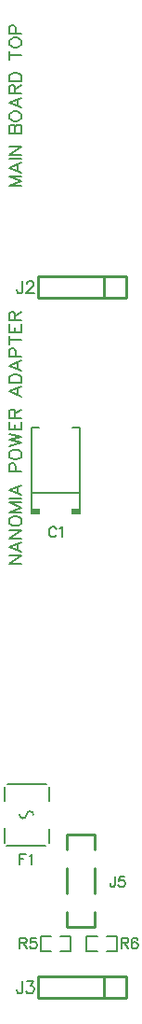
<source format=gto>
G04 Layer: TopSilkscreenLayer*
G04 Panelize: Stamp Hole, Column: 10, Row: 1, Board Size: 15.24mm x 109.86mm, Panelized Board Size: 206.4mm x 109.86mm*
G04 EasyEDA v6.5.34, 2023-08-21 18:11:39*
G04 2c7568c33adc46e786736174184ee4b8,5a6b42c53f6a479593ecc07194224c93,10*
G04 Gerber Generator version 0.2*
G04 Scale: 100 percent, Rotated: No, Reflected: No *
G04 Dimensions in millimeters *
G04 leading zeros omitted , absolute positions ,4 integer and 5 decimal *
%FSLAX45Y45*%
%MOMM*%

%ADD10C,0.2032*%
%ADD11C,0.1524*%
%ADD12C,0.1520*%
%ADD13C,0.2540*%

%LPD*%
D10*
X-159257Y3746500D02*
G01*
X-44704Y3746500D01*
X-159257Y3746500D02*
G01*
X-44704Y3790187D01*
X-159257Y3833876D02*
G01*
X-44704Y3790187D01*
X-159257Y3833876D02*
G01*
X-44704Y3833876D01*
X-159257Y3913378D02*
G01*
X-44704Y3869689D01*
X-159257Y3913378D02*
G01*
X-44704Y3957065D01*
X-82804Y3886200D02*
G01*
X-82804Y3940555D01*
X-159257Y3993134D02*
G01*
X-44704Y3993134D01*
X-159257Y4028947D02*
G01*
X-44704Y4028947D01*
X-159257Y4028947D02*
G01*
X-44704Y4105402D01*
X-159257Y4105402D02*
G01*
X-44704Y4105402D01*
X-159257Y4225289D02*
G01*
X-44704Y4225289D01*
X-159257Y4225289D02*
G01*
X-159257Y4274565D01*
X-153670Y4290821D01*
X-148336Y4296410D01*
X-137413Y4301744D01*
X-126492Y4301744D01*
X-115570Y4296410D01*
X-109981Y4290821D01*
X-104647Y4274565D01*
X-104647Y4225289D02*
G01*
X-104647Y4274565D01*
X-99313Y4290821D01*
X-93726Y4296410D01*
X-82804Y4301744D01*
X-66547Y4301744D01*
X-55626Y4296410D01*
X-50037Y4290821D01*
X-44704Y4274565D01*
X-44704Y4225289D01*
X-159257Y4370578D02*
G01*
X-153670Y4359655D01*
X-142747Y4348734D01*
X-131826Y4343145D01*
X-115570Y4337812D01*
X-88392Y4337812D01*
X-71881Y4343145D01*
X-60960Y4348734D01*
X-50037Y4359655D01*
X-44704Y4370578D01*
X-44704Y4392421D01*
X-50037Y4403344D01*
X-60960Y4414012D01*
X-71881Y4419600D01*
X-88392Y4424934D01*
X-115570Y4424934D01*
X-131826Y4419600D01*
X-142747Y4414012D01*
X-153670Y4403344D01*
X-159257Y4392421D01*
X-159257Y4370578D01*
X-159257Y4504689D02*
G01*
X-44704Y4461002D01*
X-159257Y4504689D02*
G01*
X-44704Y4548378D01*
X-82804Y4477512D02*
G01*
X-82804Y4531868D01*
X-159257Y4584192D02*
G01*
X-44704Y4584192D01*
X-159257Y4584192D02*
G01*
X-159257Y4633468D01*
X-153670Y4649723D01*
X-148336Y4655312D01*
X-137413Y4660645D01*
X-126492Y4660645D01*
X-115570Y4655312D01*
X-109981Y4649723D01*
X-104647Y4633468D01*
X-104647Y4584192D01*
X-104647Y4622545D02*
G01*
X-44704Y4660645D01*
X-159257Y4696713D02*
G01*
X-44704Y4696713D01*
X-159257Y4696713D02*
G01*
X-159257Y4734813D01*
X-153670Y4751323D01*
X-142747Y4762245D01*
X-131826Y4767579D01*
X-115570Y4773168D01*
X-88392Y4773168D01*
X-71881Y4767579D01*
X-60960Y4762245D01*
X-50037Y4751323D01*
X-44704Y4734813D01*
X-44704Y4696713D01*
X-159257Y4931155D02*
G01*
X-44704Y4931155D01*
X-159257Y4893055D02*
G01*
X-159257Y4969510D01*
X-159257Y5038089D02*
G01*
X-153670Y5027168D01*
X-142747Y5016245D01*
X-131826Y5010912D01*
X-115570Y5005323D01*
X-88392Y5005323D01*
X-71881Y5010912D01*
X-60960Y5016245D01*
X-50037Y5027168D01*
X-44704Y5038089D01*
X-44704Y5059934D01*
X-50037Y5070855D01*
X-60960Y5081778D01*
X-71881Y5087112D01*
X-88392Y5092700D01*
X-115570Y5092700D01*
X-131826Y5087112D01*
X-142747Y5081778D01*
X-153670Y5070855D01*
X-159257Y5059934D01*
X-159257Y5038089D01*
X-159257Y5128768D02*
G01*
X-44704Y5128768D01*
X-159257Y5128768D02*
G01*
X-159257Y5177789D01*
X-153670Y5194045D01*
X-148336Y5199634D01*
X-137413Y5204968D01*
X-120904Y5204968D01*
X-109981Y5199634D01*
X-104647Y5194045D01*
X-99313Y5177789D01*
X-99313Y5128768D01*
X-159189Y317500D02*
G01*
X-44645Y317500D01*
X-159189Y317500D02*
G01*
X-44645Y393862D01*
X-159189Y393862D02*
G01*
X-44645Y393862D01*
X-159189Y473499D02*
G01*
X-44645Y429864D01*
X-159189Y473499D02*
G01*
X-44645Y517136D01*
X-82826Y446227D02*
G01*
X-82826Y500771D01*
X-159189Y553135D02*
G01*
X-44645Y553135D01*
X-159189Y553135D02*
G01*
X-44645Y629498D01*
X-159189Y629498D02*
G01*
X-44645Y629498D01*
X-159189Y698225D02*
G01*
X-153736Y687316D01*
X-142826Y676409D01*
X-131917Y670953D01*
X-115554Y665500D01*
X-88282Y665500D01*
X-71917Y670953D01*
X-61008Y676409D01*
X-50098Y687316D01*
X-44645Y698225D01*
X-44645Y720044D01*
X-50098Y730953D01*
X-61008Y741862D01*
X-71917Y747316D01*
X-88282Y752772D01*
X-115554Y752772D01*
X-131917Y747316D01*
X-142826Y741862D01*
X-153736Y730953D01*
X-159189Y720044D01*
X-159189Y698225D01*
X-159189Y788771D02*
G01*
X-44645Y788771D01*
X-159189Y788771D02*
G01*
X-44645Y832408D01*
X-159189Y876043D02*
G01*
X-44645Y832408D01*
X-159189Y876043D02*
G01*
X-44645Y876043D01*
X-159189Y912045D02*
G01*
X-44645Y912045D01*
X-159189Y991679D02*
G01*
X-44645Y948044D01*
X-159189Y991679D02*
G01*
X-44645Y1035316D01*
X-82826Y964407D02*
G01*
X-82826Y1018954D01*
X-159189Y1155316D02*
G01*
X-44645Y1155316D01*
X-159189Y1155316D02*
G01*
X-159189Y1204407D01*
X-153736Y1220769D01*
X-148282Y1226225D01*
X-137373Y1231679D01*
X-121008Y1231679D01*
X-110098Y1226225D01*
X-104645Y1220769D01*
X-99189Y1204407D01*
X-99189Y1155316D01*
X-159189Y1300406D02*
G01*
X-153736Y1289497D01*
X-142826Y1278587D01*
X-131917Y1273134D01*
X-115554Y1267680D01*
X-88282Y1267680D01*
X-71917Y1273134D01*
X-61008Y1278587D01*
X-50098Y1289497D01*
X-44645Y1300406D01*
X-44645Y1322224D01*
X-50098Y1333134D01*
X-61008Y1344043D01*
X-71917Y1349496D01*
X-88282Y1354952D01*
X-115554Y1354952D01*
X-131917Y1349496D01*
X-142826Y1344043D01*
X-153736Y1333134D01*
X-159189Y1322224D01*
X-159189Y1300406D01*
X-159189Y1390952D02*
G01*
X-44645Y1418224D01*
X-159189Y1445498D02*
G01*
X-44645Y1418224D01*
X-159189Y1445498D02*
G01*
X-44645Y1472770D01*
X-159189Y1500042D02*
G01*
X-44645Y1472770D01*
X-159189Y1536042D02*
G01*
X-44645Y1536042D01*
X-159189Y1536042D02*
G01*
X-159189Y1606951D01*
X-104645Y1536042D02*
G01*
X-104645Y1579679D01*
X-44645Y1536042D02*
G01*
X-44645Y1606951D01*
X-159189Y1642950D02*
G01*
X-44645Y1642950D01*
X-159189Y1642950D02*
G01*
X-159189Y1692043D01*
X-153736Y1708406D01*
X-148282Y1713859D01*
X-137373Y1719315D01*
X-126464Y1719315D01*
X-115554Y1713859D01*
X-110098Y1708406D01*
X-104645Y1692043D01*
X-104645Y1642950D01*
X-104645Y1681134D02*
G01*
X-44645Y1719315D01*
X-159189Y1882950D02*
G01*
X-44645Y1839315D01*
X-159189Y1882950D02*
G01*
X-44645Y1926587D01*
X-82826Y1855678D02*
G01*
X-82826Y1910224D01*
X-159189Y1962586D02*
G01*
X-44645Y1962586D01*
X-159189Y1962586D02*
G01*
X-159189Y2000768D01*
X-153736Y2017133D01*
X-142826Y2028042D01*
X-131917Y2033496D01*
X-115554Y2038951D01*
X-88282Y2038951D01*
X-71917Y2033496D01*
X-61008Y2028042D01*
X-50098Y2017133D01*
X-44645Y2000768D01*
X-44645Y1962586D01*
X-159189Y2118586D02*
G01*
X-44645Y2074951D01*
X-159189Y2118586D02*
G01*
X-44645Y2162223D01*
X-82826Y2091314D02*
G01*
X-82826Y2145860D01*
X-159189Y2198222D02*
G01*
X-44645Y2198222D01*
X-159189Y2198222D02*
G01*
X-159189Y2247313D01*
X-153736Y2263678D01*
X-148282Y2269131D01*
X-137373Y2274587D01*
X-121008Y2274587D01*
X-110098Y2269131D01*
X-104645Y2263678D01*
X-99189Y2247313D01*
X-99189Y2198222D01*
X-159189Y2348768D02*
G01*
X-44645Y2348768D01*
X-159189Y2310587D02*
G01*
X-159189Y2386949D01*
X-159189Y2422949D02*
G01*
X-44645Y2422949D01*
X-159189Y2422949D02*
G01*
X-159189Y2493858D01*
X-104645Y2422949D02*
G01*
X-104645Y2466586D01*
X-44645Y2422949D02*
G01*
X-44645Y2493858D01*
X-159189Y2529860D02*
G01*
X-44645Y2529860D01*
X-159189Y2529860D02*
G01*
X-159189Y2578950D01*
X-153736Y2595313D01*
X-148282Y2600766D01*
X-137373Y2606222D01*
X-126464Y2606222D01*
X-115554Y2600766D01*
X-110098Y2595313D01*
X-104645Y2578950D01*
X-104645Y2529860D01*
X-104645Y2568041D02*
G01*
X-44645Y2606222D01*
D11*
X271266Y637026D02*
G01*
X266948Y646170D01*
X257804Y655060D01*
X248660Y659632D01*
X230372Y659632D01*
X221482Y655060D01*
X212338Y646170D01*
X207766Y637026D01*
X203194Y623310D01*
X203194Y600704D01*
X207766Y586988D01*
X212338Y577844D01*
X221482Y568700D01*
X230372Y564128D01*
X248660Y564128D01*
X257804Y568700D01*
X266948Y577844D01*
X271266Y586988D01*
X301492Y641598D02*
G01*
X310382Y646170D01*
X324098Y659632D01*
X324098Y564128D01*
X-63500Y-3074162D02*
G01*
X-63500Y-3169665D01*
X-63500Y-3074162D02*
G01*
X-22605Y-3074162D01*
X-8889Y-3078734D01*
X-4318Y-3083305D01*
X254Y-3092195D01*
X254Y-3101339D01*
X-4318Y-3110484D01*
X-8889Y-3115055D01*
X-22605Y-3119628D01*
X-63500Y-3119628D01*
X-31750Y-3119628D02*
G01*
X254Y-3169665D01*
X84581Y-3074162D02*
G01*
X39115Y-3074162D01*
X34797Y-3115055D01*
X39115Y-3110484D01*
X52831Y-3105912D01*
X66547Y-3105912D01*
X80010Y-3110484D01*
X89154Y-3119628D01*
X93726Y-3133089D01*
X93726Y-3142234D01*
X89154Y-3155950D01*
X80010Y-3165094D01*
X66547Y-3169665D01*
X52831Y-3169665D01*
X39115Y-3165094D01*
X34797Y-3160521D01*
X30226Y-3151378D01*
X863600Y-3074162D02*
G01*
X863600Y-3169665D01*
X863600Y-3074162D02*
G01*
X904493Y-3074162D01*
X918209Y-3078734D01*
X922781Y-3083305D01*
X927354Y-3092195D01*
X927354Y-3101339D01*
X922781Y-3110484D01*
X918209Y-3115055D01*
X904493Y-3119628D01*
X863600Y-3119628D01*
X895350Y-3119628D02*
G01*
X927354Y-3169665D01*
X1011681Y-3087623D02*
G01*
X1007109Y-3078734D01*
X993647Y-3074162D01*
X984504Y-3074162D01*
X970788Y-3078734D01*
X961897Y-3092195D01*
X957325Y-3115055D01*
X957325Y-3137662D01*
X961897Y-3155950D01*
X970788Y-3165094D01*
X984504Y-3169665D01*
X989075Y-3169665D01*
X1002791Y-3165094D01*
X1011681Y-3155950D01*
X1016254Y-3142234D01*
X1016254Y-3137662D01*
X1011681Y-3124200D01*
X1002791Y-3115055D01*
X989075Y-3110484D01*
X984504Y-3110484D01*
X970788Y-3115055D01*
X961897Y-3124200D01*
X957325Y-3137662D01*
X-63500Y-2312162D02*
G01*
X-63500Y-2407665D01*
X-63500Y-2312162D02*
G01*
X-4318Y-2312162D01*
X-63500Y-2357628D02*
G01*
X-27178Y-2357628D01*
X25654Y-2330195D02*
G01*
X34797Y-2325623D01*
X48260Y-2312162D01*
X48260Y-2407665D01*
X-36829Y-3466076D02*
G01*
X-36829Y-3549134D01*
X-42163Y-3564882D01*
X-47244Y-3569962D01*
X-57657Y-3575042D01*
X-68071Y-3575042D01*
X-78486Y-3569962D01*
X-83820Y-3564882D01*
X-88900Y-3549134D01*
X-88900Y-3538720D01*
X7620Y-3466076D02*
G01*
X64770Y-3466076D01*
X33781Y-3507732D01*
X49276Y-3507732D01*
X59689Y-3512812D01*
X64770Y-3517892D01*
X70104Y-3533640D01*
X70104Y-3544054D01*
X64770Y-3559548D01*
X54610Y-3569962D01*
X38862Y-3575042D01*
X23368Y-3575042D01*
X7620Y-3569962D01*
X2539Y-3564882D01*
X-2539Y-3554468D01*
X-37007Y2883910D02*
G01*
X-37007Y2800852D01*
X-42087Y2785104D01*
X-47421Y2780024D01*
X-57835Y2774944D01*
X-67995Y2774944D01*
X-78409Y2780024D01*
X-83743Y2785104D01*
X-88823Y2800852D01*
X-88823Y2811266D01*
X2616Y2858002D02*
G01*
X2616Y2863082D01*
X7696Y2873496D01*
X13030Y2878830D01*
X23444Y2883910D01*
X44018Y2883910D01*
X54432Y2878830D01*
X59766Y2873496D01*
X64846Y2863082D01*
X64846Y2852668D01*
X59766Y2842254D01*
X49352Y2826760D01*
X-2717Y2774944D01*
X70180Y2774944D01*
X807465Y-2515362D02*
G01*
X807465Y-2588005D01*
X802893Y-2601721D01*
X798322Y-2606294D01*
X789177Y-2610865D01*
X780288Y-2610865D01*
X771143Y-2606294D01*
X766572Y-2601721D01*
X762000Y-2588005D01*
X762000Y-2578862D01*
X892047Y-2515362D02*
G01*
X846581Y-2515362D01*
X842009Y-2556255D01*
X846581Y-2551684D01*
X860297Y-2547112D01*
X873759Y-2547112D01*
X887475Y-2551684D01*
X896620Y-2560828D01*
X901191Y-2574289D01*
X901191Y-2583434D01*
X896620Y-2597150D01*
X887475Y-2606294D01*
X873759Y-2610865D01*
X860297Y-2610865D01*
X846581Y-2606294D01*
X842009Y-2601721D01*
X837438Y-2592578D01*
G36*
X411530Y816102D02*
G01*
X411530Y770382D01*
X496925Y770382D01*
X496925Y816102D01*
G37*
G36*
X36474Y816102D02*
G01*
X36474Y770382D01*
X121869Y770382D01*
X121869Y816102D01*
G37*
X489320Y1553723D02*
G01*
X489320Y808476D01*
X44079Y1553723D02*
G01*
X44079Y808476D01*
X489320Y960673D02*
G01*
X44079Y960673D01*
X489320Y1553723D02*
G01*
X416618Y1553723D01*
X44079Y1553723D02*
G01*
X116781Y1553723D01*
X309321Y-3190260D02*
G01*
X405208Y-3190260D01*
X405208Y-3058139D01*
X309321Y-3058139D01*
X224078Y-3190260D02*
G01*
X128191Y-3190260D01*
X128191Y-3058139D01*
X224078Y-3058139D01*
X728421Y-3190260D02*
G01*
X824308Y-3190260D01*
X824308Y-3058139D01*
X728421Y-3058139D01*
X643178Y-3190260D02*
G01*
X547291Y-3190260D01*
X547291Y-3058139D01*
X643178Y-3058139D01*
D12*
X-179776Y-2235200D02*
G01*
X175823Y-2235200D01*
X-177800Y-1676400D02*
G01*
X177800Y-1676400D01*
D11*
X203200Y-2082800D02*
G01*
X203200Y-2209800D01*
X203200Y-1828800D02*
G01*
X203200Y-1701800D01*
X-203200Y-2209800D02*
G01*
X-203200Y-2079294D01*
X-203200Y-1701800D02*
G01*
X-203200Y-1828800D01*
D13*
X704900Y-3619492D02*
G01*
X704900Y-3428992D01*
X907999Y-3617892D02*
G01*
X108000Y-3617892D01*
X108000Y-3417892D01*
X907999Y-3417892D01*
X907999Y-3617892D01*
X704900Y2730494D02*
G01*
X704900Y2920994D01*
X907999Y2732095D02*
G01*
X108000Y2732095D01*
X108000Y2932094D01*
X907999Y2932094D01*
X907999Y2732095D01*
X367301Y-2135715D02*
G01*
X623298Y-2135713D01*
X623298Y-2969709D02*
G01*
X367299Y-2969709D01*
X367301Y-2969709D02*
G01*
X367301Y-2835902D01*
X367301Y-2669522D02*
G01*
X367301Y-2435903D01*
X367301Y-2269523D02*
G01*
X367301Y-2135715D01*
X623300Y-2969709D02*
G01*
X623300Y-2835907D01*
X623300Y-2669517D02*
G01*
X623300Y-2435908D01*
X623300Y-2269517D02*
G01*
X623300Y-2135713D01*
D12*
G75*
G01*
X0Y-1955800D02*
G02*
X63500Y-1955800I31750J0D01*
G75*
G01*
X0Y-1955800D02*
G02*
X-63500Y-1955800I-31750J0D01*
M02*

</source>
